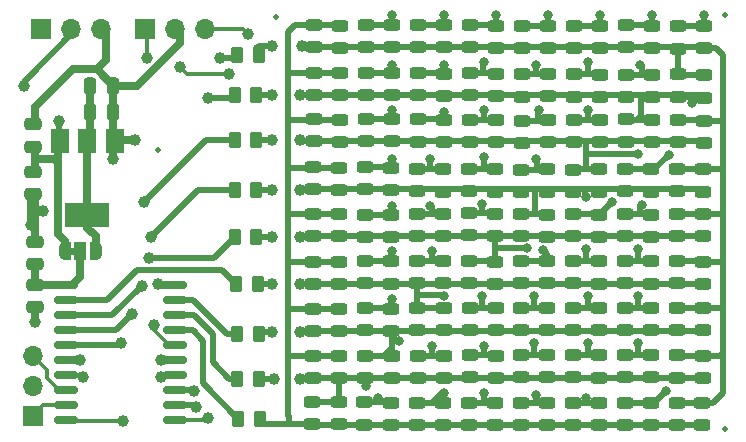
<source format=gbr>
%TF.GenerationSoftware,KiCad,Pcbnew,(6.0.2)*%
%TF.CreationDate,2022-05-10T14:03:58+02:00*%
%TF.ProjectId,AT806_Led-Matrix_backup,41543830-365f-44c6-9564-2d4d61747269,rev?*%
%TF.SameCoordinates,PX64e6140PY76a3180*%
%TF.FileFunction,Copper,L1,Top*%
%TF.FilePolarity,Positive*%
%FSLAX46Y46*%
G04 Gerber Fmt 4.6, Leading zero omitted, Abs format (unit mm)*
G04 Created by KiCad (PCBNEW (6.0.2)) date 2022-05-10 14:03:58*
%MOMM*%
%LPD*%
G01*
G04 APERTURE LIST*
G04 Aperture macros list*
%AMRoundRect*
0 Rectangle with rounded corners*
0 $1 Rounding radius*
0 $2 $3 $4 $5 $6 $7 $8 $9 X,Y pos of 4 corners*
0 Add a 4 corners polygon primitive as box body*
4,1,4,$2,$3,$4,$5,$6,$7,$8,$9,$2,$3,0*
0 Add four circle primitives for the rounded corners*
1,1,$1+$1,$2,$3*
1,1,$1+$1,$4,$5*
1,1,$1+$1,$6,$7*
1,1,$1+$1,$8,$9*
0 Add four rect primitives between the rounded corners*
20,1,$1+$1,$2,$3,$4,$5,0*
20,1,$1+$1,$4,$5,$6,$7,0*
20,1,$1+$1,$6,$7,$8,$9,0*
20,1,$1+$1,$8,$9,$2,$3,0*%
%AMFreePoly0*
4,1,22,0.550000,-0.750000,0.000000,-0.750000,0.000000,-0.745033,-0.079941,-0.743568,-0.215256,-0.701293,-0.333266,-0.622738,-0.424486,-0.514219,-0.481581,-0.384460,-0.499164,-0.250000,-0.500000,-0.250000,-0.500000,0.250000,-0.499164,0.250000,-0.499963,0.256109,-0.478152,0.396186,-0.417904,0.524511,-0.324060,0.630769,-0.204165,0.706417,-0.067858,0.745374,0.000000,0.744959,0.000000,0.750000,
0.550000,0.750000,0.550000,-0.750000,0.550000,-0.750000,$1*%
%AMFreePoly1*
4,1,20,0.000000,0.744959,0.073905,0.744508,0.209726,0.703889,0.328688,0.626782,0.421226,0.519385,0.479903,0.390333,0.500000,0.250000,0.500000,-0.250000,0.499851,-0.262216,0.476331,-0.402017,0.414519,-0.529596,0.319384,-0.634700,0.198574,-0.708877,0.061801,-0.746166,0.000000,-0.745033,0.000000,-0.750000,-0.550000,-0.750000,-0.550000,0.750000,0.000000,0.750000,0.000000,0.744959,
0.000000,0.744959,$1*%
G04 Aperture macros list end*
%TA.AperFunction,SMDPad,CuDef*%
%ADD10RoundRect,0.243750X-0.456250X0.243750X-0.456250X-0.243750X0.456250X-0.243750X0.456250X0.243750X0*%
%TD*%
%TA.AperFunction,SMDPad,CuDef*%
%ADD11RoundRect,0.243750X0.456250X-0.243750X0.456250X0.243750X-0.456250X0.243750X-0.456250X-0.243750X0*%
%TD*%
%TA.AperFunction,SMDPad,CuDef*%
%ADD12RoundRect,0.250000X0.262500X0.450000X-0.262500X0.450000X-0.262500X-0.450000X0.262500X-0.450000X0*%
%TD*%
%TA.AperFunction,SMDPad,CuDef*%
%ADD13RoundRect,0.250000X-0.475000X0.250000X-0.475000X-0.250000X0.475000X-0.250000X0.475000X0.250000X0*%
%TD*%
%TA.AperFunction,SMDPad,CuDef*%
%ADD14FreePoly0,0.000000*%
%TD*%
%TA.AperFunction,SMDPad,CuDef*%
%ADD15R,1.000000X1.500000*%
%TD*%
%TA.AperFunction,SMDPad,CuDef*%
%ADD16FreePoly1,0.000000*%
%TD*%
%TA.AperFunction,SMDPad,CuDef*%
%ADD17RoundRect,0.250000X0.475000X-0.250000X0.475000X0.250000X-0.475000X0.250000X-0.475000X-0.250000X0*%
%TD*%
%TA.AperFunction,SMDPad,CuDef*%
%ADD18RoundRect,0.250000X-0.250000X-0.475000X0.250000X-0.475000X0.250000X0.475000X-0.250000X0.475000X0*%
%TD*%
%TA.AperFunction,ComponentPad*%
%ADD19R,1.700000X1.700000*%
%TD*%
%TA.AperFunction,ComponentPad*%
%ADD20O,1.700000X1.700000*%
%TD*%
%TA.AperFunction,SMDPad,CuDef*%
%ADD21RoundRect,0.250000X-0.262500X-0.450000X0.262500X-0.450000X0.262500X0.450000X-0.262500X0.450000X0*%
%TD*%
%TA.AperFunction,SMDPad,CuDef*%
%ADD22RoundRect,0.150000X-0.875000X-0.150000X0.875000X-0.150000X0.875000X0.150000X-0.875000X0.150000X0*%
%TD*%
%TA.AperFunction,SMDPad,CuDef*%
%ADD23C,0.500000*%
%TD*%
%TA.AperFunction,SMDPad,CuDef*%
%ADD24R,1.500000X2.000000*%
%TD*%
%TA.AperFunction,SMDPad,CuDef*%
%ADD25R,3.800000X2.000000*%
%TD*%
%TA.AperFunction,ViaPad*%
%ADD26C,1.000000*%
%TD*%
%TA.AperFunction,ViaPad*%
%ADD27C,0.800000*%
%TD*%
%TA.AperFunction,Conductor*%
%ADD28C,0.700000*%
%TD*%
%TA.AperFunction,Conductor*%
%ADD29C,0.500000*%
%TD*%
%TA.AperFunction,Conductor*%
%ADD30C,0.300000*%
%TD*%
G04 APERTURE END LIST*
%TO.C,JP1*%
G36*
X5200000Y15500000D02*
G01*
X4700000Y15500000D01*
X4700000Y16100000D01*
X5200000Y16100000D01*
X5200000Y15500000D01*
G37*
%TD*%
D10*
%TO.P,D125,1,K*%
%TO.N,MATRIX_H*%
X53900000Y14950000D03*
%TO.P,D125,2,A*%
%TO.N,MATRIX_D*%
X53900000Y13075000D03*
%TD*%
%TO.P,D45,1,K*%
%TO.N,MATRIX_C*%
X36300000Y18937500D03*
%TO.P,D45,2,A*%
%TO.N,MATRIX_E*%
X36300000Y17062500D03*
%TD*%
%TO.P,D46,1,K*%
%TO.N,MATRIX_C*%
X36300000Y14987500D03*
%TO.P,D46,2,A*%
%TO.N,MATRIX_D*%
X36300000Y13112500D03*
%TD*%
D11*
%TO.P,D7,1,K*%
%TO.N,MATRIX_C*%
X25300000Y9062500D03*
%TO.P,D7,2,A*%
%TO.N,MATRIX_A*%
X25300000Y10937500D03*
%TD*%
D10*
%TO.P,D144,1,K*%
%TO.N,MATRIX_I*%
X56100000Y2937500D03*
%TO.P,D144,2,A*%
%TO.N,MATRIX_A*%
X56100000Y1062500D03*
%TD*%
%TO.P,D105,1,K*%
%TO.N,MATRIX_G*%
X54000000Y34862500D03*
%TO.P,D105,2,A*%
%TO.N,MATRIX_I*%
X54000000Y32987500D03*
%TD*%
%TO.P,D122,1,K*%
%TO.N,MATRIX_H*%
X54000000Y26937500D03*
%TO.P,D122,2,A*%
%TO.N,MATRIX_G*%
X54000000Y25062500D03*
%TD*%
%TO.P,D139,1,K*%
%TO.N,MATRIX_I*%
X58300000Y22737500D03*
%TO.P,D139,2,A*%
%TO.N,MATRIX_F*%
X58300000Y20862500D03*
%TD*%
D12*
%TO.P,R1,1*%
%TO.N,MATRIX_H*%
X20512500Y29000000D03*
%TO.P,R1,2*%
%TO.N,Net-(R1-Pad2)*%
X18687500Y29000000D03*
%TD*%
D11*
%TO.P,D115,1,K*%
%TO.N,MATRIX_F*%
X51700000Y20900000D03*
%TO.P,D115,2,A*%
%TO.N,MATRIX_H*%
X51700000Y22775000D03*
%TD*%
%TO.P,D2,1,K*%
%TO.N,MATRIX_H*%
X25350000Y29062500D03*
%TO.P,D2,2,A*%
%TO.N,MATRIX_A*%
X25350000Y30937500D03*
%TD*%
%TO.P,D118,1,K*%
%TO.N,MATRIX_C*%
X51700000Y9162500D03*
%TO.P,D118,2,A*%
%TO.N,MATRIX_H*%
X51700000Y11037500D03*
%TD*%
%TO.P,D100,1,K*%
%TO.N,MATRIX_E*%
X47300000Y17100000D03*
%TO.P,D100,2,A*%
%TO.N,MATRIX_G*%
X47300000Y18975000D03*
%TD*%
%TO.P,D51,1,K*%
%TO.N,MATRIX_G*%
X38600000Y25062500D03*
%TO.P,D51,2,A*%
%TO.N,MATRIX_D*%
X38600000Y26937500D03*
%TD*%
D10*
%TO.P,D78,1,K*%
%TO.N,MATRIX_E*%
X40750000Y11000000D03*
%TO.P,D78,2,A*%
%TO.N,MATRIX_C*%
X40750000Y9125000D03*
%TD*%
%TO.P,D142,1,K*%
%TO.N,MATRIX_I*%
X58300000Y11000000D03*
%TO.P,D142,2,A*%
%TO.N,MATRIX_C*%
X58300000Y9125000D03*
%TD*%
%TO.P,D41,1,K*%
%TO.N,MATRIX_C*%
X36400000Y34962500D03*
%TO.P,D41,2,A*%
%TO.N,MATRIX_I*%
X36400000Y33087500D03*
%TD*%
%TO.P,D30,1,K*%
%TO.N,MATRIX_B*%
X31900000Y14950000D03*
%TO.P,D30,2,A*%
%TO.N,MATRIX_D*%
X31900000Y13075000D03*
%TD*%
D11*
%TO.P,D102,1,K*%
%TO.N,MATRIX_C*%
X47350000Y9150000D03*
%TO.P,D102,2,A*%
%TO.N,MATRIX_G*%
X47350000Y11025000D03*
%TD*%
D10*
%TO.P,D108,1,K*%
%TO.N,MATRIX_G*%
X49500000Y18900000D03*
%TO.P,D108,2,A*%
%TO.N,MATRIX_E*%
X49500000Y17025000D03*
%TD*%
D11*
%TO.P,D68,1,K*%
%TO.N,MATRIX_F*%
X42900000Y20837500D03*
%TO.P,D68,2,A*%
%TO.N,MATRIX_E*%
X42900000Y22712500D03*
%TD*%
%TO.P,D71,1,K*%
%TO.N,MATRIX_B*%
X38550000Y5125000D03*
%TO.P,D71,2,A*%
%TO.N,MATRIX_E*%
X38550000Y7000000D03*
%TD*%
%TO.P,D1,1,K*%
%TO.N,MATRIX_I*%
X25400000Y33062500D03*
%TO.P,D1,2,A*%
%TO.N,MATRIX_A*%
X25400000Y34937500D03*
%TD*%
D10*
%TO.P,D137,1,K*%
%TO.N,MATRIX_I*%
X58400000Y30700000D03*
%TO.P,D137,2,A*%
%TO.N,MATRIX_H*%
X58400000Y28825000D03*
%TD*%
D13*
%TO.P,C2,1*%
%TO.N,+5V*%
X1600000Y22550000D03*
%TO.P,C2,2*%
%TO.N,GND*%
X1600000Y20650000D03*
%TD*%
D14*
%TO.P,JP1,1,A*%
%TO.N,+5V*%
X4300000Y15800000D03*
D15*
%TO.P,JP1,2,C*%
%TO.N,ATTINY_VCC*%
X5600000Y15800000D03*
D16*
%TO.P,JP1,3,B*%
%TO.N,+3V3*%
X6900000Y15800000D03*
%TD*%
D10*
%TO.P,D92,1,K*%
%TO.N,MATRIX_F*%
X45100000Y18900000D03*
%TO.P,D92,2,A*%
%TO.N,MATRIX_E*%
X45100000Y17025000D03*
%TD*%
%TO.P,D123,1,K*%
%TO.N,MATRIX_H*%
X53900000Y22737500D03*
%TO.P,D123,2,A*%
%TO.N,MATRIX_F*%
X53900000Y20862500D03*
%TD*%
%TO.P,D57,1,K*%
%TO.N,MATRIX_D*%
X40800000Y34900000D03*
%TO.P,D57,2,A*%
%TO.N,MATRIX_I*%
X40800000Y33025000D03*
%TD*%
%TO.P,D141,1,K*%
%TO.N,MATRIX_I*%
X58300000Y14937500D03*
%TO.P,D141,2,A*%
%TO.N,MATRIX_D*%
X58300000Y13062500D03*
%TD*%
%TO.P,D143,1,K*%
%TO.N,MATRIX_I*%
X58350000Y6975000D03*
%TO.P,D143,2,A*%
%TO.N,MATRIX_B*%
X58350000Y5100000D03*
%TD*%
D11*
%TO.P,D8,1,K*%
%TO.N,MATRIX_B*%
X25300000Y5062500D03*
%TO.P,D8,2,A*%
%TO.N,MATRIX_A*%
X25300000Y6937500D03*
%TD*%
D10*
%TO.P,D77,1,K*%
%TO.N,MATRIX_E*%
X40700000Y14937500D03*
%TO.P,D77,2,A*%
%TO.N,MATRIX_D*%
X40700000Y13062500D03*
%TD*%
D11*
%TO.P,D135,1,K*%
%TO.N,MATRIX_B*%
X56100000Y5112500D03*
%TO.P,D135,2,A*%
%TO.N,MATRIX_I*%
X56100000Y6987500D03*
%TD*%
D10*
%TO.P,D29,1,K*%
%TO.N,MATRIX_B*%
X31900000Y18900000D03*
%TO.P,D29,2,A*%
%TO.N,MATRIX_E*%
X31900000Y17025000D03*
%TD*%
%TO.P,D16,1,K*%
%TO.N,MATRIX_A*%
X27500000Y6937500D03*
%TO.P,D16,2,A*%
%TO.N,MATRIX_B*%
X27500000Y5062500D03*
%TD*%
D17*
%TO.P,C1,1*%
%TO.N,+5V*%
X1600000Y24650000D03*
%TO.P,C1,2*%
%TO.N,GND*%
X1600000Y26550000D03*
%TD*%
D11*
%TO.P,D87,1,K*%
%TO.N,MATRIX_B*%
X42900000Y5125000D03*
%TO.P,D87,2,A*%
%TO.N,MATRIX_F*%
X42900000Y7000000D03*
%TD*%
D10*
%TO.P,D128,1,K*%
%TO.N,MATRIX_H*%
X51700000Y2937500D03*
%TO.P,D128,2,A*%
%TO.N,MATRIX_A*%
X51700000Y1062500D03*
%TD*%
D11*
%TO.P,D67,1,K*%
%TO.N,MATRIX_G*%
X43000000Y25000000D03*
%TO.P,D67,2,A*%
%TO.N,MATRIX_E*%
X43000000Y26875000D03*
%TD*%
%TO.P,D72,1,K*%
%TO.N,MATRIX_A*%
X40700000Y1125000D03*
%TO.P,D72,2,A*%
%TO.N,MATRIX_E*%
X40700000Y3000000D03*
%TD*%
D10*
%TO.P,D10,1,K*%
%TO.N,MATRIX_A*%
X27600000Y30937500D03*
%TO.P,D10,2,A*%
%TO.N,MATRIX_H*%
X27600000Y29062500D03*
%TD*%
D11*
%TO.P,D18,1,K*%
%TO.N,MATRIX_H*%
X29800000Y29062500D03*
%TO.P,D18,2,A*%
%TO.N,MATRIX_B*%
X29800000Y30937500D03*
%TD*%
D18*
%TO.P,C6,1*%
%TO.N,+3V3*%
X6450000Y29800000D03*
%TO.P,C6,2*%
%TO.N,GND*%
X8350000Y29800000D03*
%TD*%
D10*
%TO.P,D28,1,K*%
%TO.N,MATRIX_B*%
X31900000Y22837500D03*
%TO.P,D28,2,A*%
%TO.N,MATRIX_F*%
X31900000Y20962500D03*
%TD*%
D19*
%TO.P,J3,1,Pin_1*%
%TO.N,TXD*%
X1575000Y1875000D03*
D20*
%TO.P,J3,2,Pin_2*%
%TO.N,GND*%
X1575000Y4415000D03*
%TO.P,J3,3,Pin_3*%
%TO.N,RXD*%
X1575000Y6955000D03*
%TD*%
D10*
%TO.P,D48,1,K*%
%TO.N,MATRIX_C*%
X29650000Y3012500D03*
%TO.P,D48,2,A*%
%TO.N,MATRIX_A*%
X29650000Y1137500D03*
%TD*%
D11*
%TO.P,D119,1,K*%
%TO.N,MATRIX_B*%
X51700000Y5150000D03*
%TO.P,D119,2,A*%
%TO.N,MATRIX_H*%
X51700000Y7025000D03*
%TD*%
%TO.P,D116,1,K*%
%TO.N,MATRIX_E*%
X51700000Y17100000D03*
%TO.P,D116,2,A*%
%TO.N,MATRIX_H*%
X51700000Y18975000D03*
%TD*%
%TO.P,D103,1,K*%
%TO.N,MATRIX_B*%
X47350000Y5162500D03*
%TO.P,D103,2,A*%
%TO.N,MATRIX_G*%
X47350000Y7037500D03*
%TD*%
D10*
%TO.P,D61,1,K*%
%TO.N,MATRIX_D*%
X40700000Y19000000D03*
%TO.P,D61,2,A*%
%TO.N,MATRIX_E*%
X40700000Y17125000D03*
%TD*%
%TO.P,D60,1,K*%
%TO.N,MATRIX_D*%
X40700000Y22737500D03*
%TO.P,D60,2,A*%
%TO.N,MATRIX_F*%
X40700000Y20862500D03*
%TD*%
D11*
%TO.P,D56,1,K*%
%TO.N,MATRIX_A*%
X36300000Y1125000D03*
%TO.P,D56,2,A*%
%TO.N,MATRIX_D*%
X36300000Y3000000D03*
%TD*%
D19*
%TO.P,J1,1,Pin_1*%
%TO.N,UPDI{slash}RST*%
X2275000Y34625000D03*
D20*
%TO.P,J1,2,Pin_2*%
%TO.N,+5V*%
X4815000Y34625000D03*
%TO.P,J1,3,Pin_3*%
%TO.N,GND*%
X7355000Y34625000D03*
%TD*%
D11*
%TO.P,D113,1,K*%
%TO.N,MATRIX_I*%
X56200000Y32962500D03*
%TO.P,D113,2,A*%
%TO.N,MATRIX_H*%
X56200000Y34837500D03*
%TD*%
%TO.P,D136,1,K*%
%TO.N,MATRIX_A*%
X58200000Y1062500D03*
%TO.P,D136,2,A*%
%TO.N,MATRIX_I*%
X58200000Y2937500D03*
%TD*%
D10*
%TO.P,D140,1,K*%
%TO.N,MATRIX_I*%
X58300000Y19000000D03*
%TO.P,D140,2,A*%
%TO.N,MATRIX_E*%
X58300000Y17125000D03*
%TD*%
D11*
%TO.P,D114,1,K*%
%TO.N,MATRIX_G*%
X51800000Y25100000D03*
%TO.P,D114,2,A*%
%TO.N,MATRIX_H*%
X51800000Y26975000D03*
%TD*%
D10*
%TO.P,D79,1,K*%
%TO.N,MATRIX_E*%
X40750000Y6975000D03*
%TO.P,D79,2,A*%
%TO.N,MATRIX_B*%
X40750000Y5100000D03*
%TD*%
D21*
%TO.P,R8,1*%
%TO.N,Net-(R8-Pad1)*%
X18687500Y21000000D03*
%TO.P,R8,2*%
%TO.N,MATRIX_F*%
X20512500Y21000000D03*
%TD*%
D11*
%TO.P,D117,1,K*%
%TO.N,MATRIX_D*%
X51700000Y13100000D03*
%TO.P,D117,2,A*%
%TO.N,MATRIX_H*%
X51700000Y14975000D03*
%TD*%
D10*
%TO.P,D15,1,K*%
%TO.N,MATRIX_A*%
X27500000Y10937500D03*
%TO.P,D15,2,A*%
%TO.N,MATRIX_C*%
X27500000Y9062500D03*
%TD*%
D11*
%TO.P,D129,1,K*%
%TO.N,MATRIX_H*%
X56200000Y28900000D03*
%TO.P,D129,2,A*%
%TO.N,MATRIX_I*%
X56200000Y30775000D03*
%TD*%
%TO.P,D4,1,K*%
%TO.N,MATRIX_F*%
X25300000Y21062500D03*
%TO.P,D4,2,A*%
%TO.N,MATRIX_A*%
X25300000Y22937500D03*
%TD*%
D19*
%TO.P,J2,1,Pin_1*%
%TO.N,I2C_SDA*%
X11075000Y34625000D03*
D20*
%TO.P,J2,2,Pin_2*%
%TO.N,GND*%
X13615000Y34625000D03*
%TO.P,J2,3,Pin_3*%
%TO.N,I2C_SCL*%
X16155000Y34625000D03*
%TD*%
D11*
%TO.P,D17,1,K*%
%TO.N,MATRIX_I*%
X29800000Y33062500D03*
%TO.P,D17,2,A*%
%TO.N,MATRIX_B*%
X29800000Y34937500D03*
%TD*%
D10*
%TO.P,D126,1,K*%
%TO.N,MATRIX_H*%
X53900000Y11000000D03*
%TO.P,D126,2,A*%
%TO.N,MATRIX_C*%
X53900000Y9125000D03*
%TD*%
%TO.P,D31,1,K*%
%TO.N,MATRIX_B*%
X31900000Y10950000D03*
%TO.P,D31,2,A*%
%TO.N,MATRIX_C*%
X31900000Y9075000D03*
%TD*%
D11*
%TO.P,D65,1,K*%
%TO.N,MATRIX_I*%
X43000000Y32987500D03*
%TO.P,D65,2,A*%
%TO.N,MATRIX_E*%
X43000000Y34862500D03*
%TD*%
D12*
%TO.P,R2,1*%
%TO.N,MATRIX_I*%
X20712500Y32400000D03*
%TO.P,R2,2*%
%TO.N,Net-(R2-Pad2)*%
X18887500Y32400000D03*
%TD*%
D10*
%TO.P,D121,1,K*%
%TO.N,MATRIX_H*%
X58400000Y34862500D03*
%TO.P,D121,2,A*%
%TO.N,MATRIX_I*%
X58400000Y32987500D03*
%TD*%
%TO.P,D124,1,K*%
%TO.N,MATRIX_H*%
X53900000Y18900000D03*
%TO.P,D124,2,A*%
%TO.N,MATRIX_E*%
X53900000Y17025000D03*
%TD*%
%TO.P,D27,1,K*%
%TO.N,MATRIX_B*%
X32000000Y27000000D03*
%TO.P,D27,2,A*%
%TO.N,MATRIX_G*%
X32000000Y25125000D03*
%TD*%
D11*
%TO.P,D35,1,K*%
%TO.N,MATRIX_G*%
X34200000Y25100000D03*
%TO.P,D35,2,A*%
%TO.N,MATRIX_C*%
X34200000Y26975000D03*
%TD*%
D22*
%TO.P,U1,1,VCC*%
%TO.N,ATTINY_VCC*%
X4350000Y12915000D03*
%TO.P,U1,2,PA4*%
%TO.N,Net-(R7-Pad1)*%
X4350000Y11645000D03*
%TO.P,U1,3,PA5*%
%TO.N,Net-(R3-Pad2)*%
X4350000Y10375000D03*
%TO.P,U1,4,PA6*%
%TO.N,Net-(R8-Pad1)*%
X4350000Y9105000D03*
%TO.P,U1,5,PA7*%
%TO.N,Net-(R4-Pad2)*%
X4350000Y7835000D03*
%TO.P,U1,6,PB5*%
%TO.N,CLK_OUT*%
X4350000Y6565000D03*
%TO.P,U1,7,PB4*%
%TO.N,PB4*%
X4350000Y5295000D03*
%TO.P,U1,8,PB3*%
%TO.N,RXD*%
X4350000Y4025000D03*
%TO.P,U1,9,PB2*%
%TO.N,TXD*%
X4350000Y2755000D03*
%TO.P,U1,10,PB1*%
%TO.N,I2C_SCL*%
X4350000Y1485000D03*
%TO.P,U1,11,PB0*%
%TO.N,I2C_SDA*%
X13650000Y1485000D03*
%TO.P,U1,12,PC0*%
%TO.N,Net-(R1-Pad2)*%
X13650000Y2755000D03*
%TO.P,U1,13,PC1*%
%TO.N,Net-(R2-Pad2)*%
X13650000Y4025000D03*
%TO.P,U1,14,PC2*%
%TO.N,PC2*%
X13650000Y5295000D03*
%TO.P,U1,15,PC3*%
%TO.N,PC3*%
X13650000Y6565000D03*
%TO.P,U1,16,~{RESET}/PA0*%
%TO.N,UPDI{slash}RST*%
X13650000Y7835000D03*
%TO.P,U1,17,PA1*%
%TO.N,Net-(R5-Pad2)*%
X13650000Y9105000D03*
%TO.P,U1,18,PA2*%
%TO.N,Net-(R9-Pad1)*%
X13650000Y10375000D03*
%TO.P,U1,19,PA3*%
%TO.N,Net-(R6-Pad2)*%
X13650000Y11645000D03*
%TO.P,U1,20,GND*%
%TO.N,GND*%
X13650000Y12915000D03*
%TD*%
D10*
%TO.P,D109,1,K*%
%TO.N,MATRIX_G*%
X49550000Y14950000D03*
%TO.P,D109,2,A*%
%TO.N,MATRIX_D*%
X49550000Y13075000D03*
%TD*%
D23*
%TO.P,FID1,*%
%TO.N,*%
X60200000Y800000D03*
%TD*%
D10*
%TO.P,D89,1,K*%
%TO.N,MATRIX_F*%
X49600000Y34862500D03*
%TO.P,D89,2,A*%
%TO.N,MATRIX_I*%
X49600000Y32987500D03*
%TD*%
%TO.P,D32,1,K*%
%TO.N,MATRIX_B*%
X25250000Y3037500D03*
%TO.P,D32,2,A*%
%TO.N,MATRIX_A*%
X25250000Y1162500D03*
%TD*%
%TO.P,D95,1,K*%
%TO.N,MATRIX_F*%
X45100000Y7000000D03*
%TO.P,D95,2,A*%
%TO.N,MATRIX_B*%
X45100000Y5125000D03*
%TD*%
D11*
%TO.P,D134,1,K*%
%TO.N,MATRIX_C*%
X56100000Y9150000D03*
%TO.P,D134,2,A*%
%TO.N,MATRIX_I*%
X56100000Y11025000D03*
%TD*%
%TO.P,D38,1,K*%
%TO.N,MATRIX_D*%
X34100000Y13100000D03*
%TO.P,D38,2,A*%
%TO.N,MATRIX_C*%
X34100000Y14975000D03*
%TD*%
%TO.P,D101,1,K*%
%TO.N,MATRIX_D*%
X47350000Y13100000D03*
%TO.P,D101,2,A*%
%TO.N,MATRIX_G*%
X47350000Y14975000D03*
%TD*%
%TO.P,D50,1,K*%
%TO.N,MATRIX_H*%
X38600000Y29000000D03*
%TO.P,D50,2,A*%
%TO.N,MATRIX_D*%
X38600000Y30875000D03*
%TD*%
D10*
%TO.P,D12,1,K*%
%TO.N,MATRIX_A*%
X27500000Y22875000D03*
%TO.P,D12,2,A*%
%TO.N,MATRIX_F*%
X27500000Y21000000D03*
%TD*%
D11*
%TO.P,D23,1,K*%
%TO.N,MATRIX_C*%
X29700000Y9100000D03*
%TO.P,D23,2,A*%
%TO.N,MATRIX_B*%
X29700000Y10975000D03*
%TD*%
D21*
%TO.P,R9,1*%
%TO.N,Net-(R9-Pad1)*%
X18887500Y5000000D03*
%TO.P,R9,2*%
%TO.N,MATRIX_B*%
X20712500Y5000000D03*
%TD*%
D10*
%TO.P,D26,1,K*%
%TO.N,MATRIX_B*%
X32000000Y30900000D03*
%TO.P,D26,2,A*%
%TO.N,MATRIX_H*%
X32000000Y29025000D03*
%TD*%
%TO.P,D9,1,K*%
%TO.N,MATRIX_A*%
X27600000Y34900000D03*
%TO.P,D9,2,A*%
%TO.N,MATRIX_I*%
X27600000Y33025000D03*
%TD*%
%TO.P,D111,1,K*%
%TO.N,MATRIX_G*%
X49550000Y6987500D03*
%TO.P,D111,2,A*%
%TO.N,MATRIX_B*%
X49550000Y5112500D03*
%TD*%
%TO.P,D80,1,K*%
%TO.N,MATRIX_E*%
X38500000Y3000000D03*
%TO.P,D80,2,A*%
%TO.N,MATRIX_A*%
X38500000Y1125000D03*
%TD*%
%TO.P,D138,1,K*%
%TO.N,MATRIX_I*%
X58400000Y26875000D03*
%TO.P,D138,2,A*%
%TO.N,MATRIX_G*%
X58400000Y25000000D03*
%TD*%
%TO.P,D127,1,K*%
%TO.N,MATRIX_H*%
X53900000Y7000000D03*
%TO.P,D127,2,A*%
%TO.N,MATRIX_B*%
X53900000Y5125000D03*
%TD*%
%TO.P,D74,1,K*%
%TO.N,MATRIX_E*%
X45200000Y30800000D03*
%TO.P,D74,2,A*%
%TO.N,MATRIX_H*%
X45200000Y28925000D03*
%TD*%
D11*
%TO.P,D54,1,K*%
%TO.N,MATRIX_C*%
X34100000Y9100000D03*
%TO.P,D54,2,A*%
%TO.N,MATRIX_D*%
X34100000Y10975000D03*
%TD*%
D10*
%TO.P,D43,1,K*%
%TO.N,MATRIX_C*%
X36400000Y26937500D03*
%TO.P,D43,2,A*%
%TO.N,MATRIX_G*%
X36400000Y25062500D03*
%TD*%
D11*
%TO.P,D20,1,K*%
%TO.N,MATRIX_F*%
X29700000Y21037500D03*
%TO.P,D20,2,A*%
%TO.N,MATRIX_B*%
X29700000Y22912500D03*
%TD*%
D23*
%TO.P,REF\u002A\u002A,*%
%TO.N,*%
X12200000Y24400000D03*
X12200000Y24400000D03*
%TD*%
D10*
%TO.P,D90,1,K*%
%TO.N,MATRIX_F*%
X49600000Y30737500D03*
%TO.P,D90,2,A*%
%TO.N,MATRIX_H*%
X49600000Y28862500D03*
%TD*%
%TO.P,D14,1,K*%
%TO.N,MATRIX_A*%
X27500000Y14937500D03*
%TO.P,D14,2,A*%
%TO.N,MATRIX_D*%
X27500000Y13062500D03*
%TD*%
%TO.P,D47,1,K*%
%TO.N,MATRIX_C*%
X31950000Y6950000D03*
%TO.P,D47,2,A*%
%TO.N,MATRIX_B*%
X31950000Y5075000D03*
%TD*%
D11*
%TO.P,D19,1,K*%
%TO.N,MATRIX_G*%
X29800000Y25125000D03*
%TO.P,D19,2,A*%
%TO.N,MATRIX_B*%
X29800000Y27000000D03*
%TD*%
%TO.P,D52,1,K*%
%TO.N,MATRIX_F*%
X38500000Y20937500D03*
%TO.P,D52,2,A*%
%TO.N,MATRIX_D*%
X38500000Y22812500D03*
%TD*%
%TO.P,D120,1,K*%
%TO.N,MATRIX_A*%
X53900000Y1125000D03*
%TO.P,D120,2,A*%
%TO.N,MATRIX_H*%
X53900000Y3000000D03*
%TD*%
%TO.P,D104,1,K*%
%TO.N,MATRIX_A*%
X49500000Y1125000D03*
%TO.P,D104,2,A*%
%TO.N,MATRIX_G*%
X49500000Y3000000D03*
%TD*%
D24*
%TO.P,U2,1,GND*%
%TO.N,GND*%
X8500000Y25150000D03*
D25*
%TO.P,U2,2,VO*%
%TO.N,+3V3*%
X6200000Y18850000D03*
D24*
X6200000Y25150000D03*
%TO.P,U2,3,VI*%
%TO.N,+5V*%
X3900000Y25150000D03*
%TD*%
D11*
%TO.P,D83,1,K*%
%TO.N,MATRIX_G*%
X47400000Y25062500D03*
%TO.P,D83,2,A*%
%TO.N,MATRIX_F*%
X47400000Y26937500D03*
%TD*%
%TO.P,D98,1,K*%
%TO.N,MATRIX_H*%
X51800000Y28862500D03*
%TO.P,D98,2,A*%
%TO.N,MATRIX_G*%
X51800000Y30737500D03*
%TD*%
%TO.P,D53,1,K*%
%TO.N,MATRIX_E*%
X38500000Y17162500D03*
%TO.P,D53,2,A*%
%TO.N,MATRIX_D*%
X38500000Y19037500D03*
%TD*%
%TO.P,D21,1,K*%
%TO.N,MATRIX_E*%
X29700000Y17037500D03*
%TO.P,D21,2,A*%
%TO.N,MATRIX_B*%
X29700000Y18912500D03*
%TD*%
%TO.P,D40,1,K*%
%TO.N,MATRIX_A*%
X31900000Y1125000D03*
%TO.P,D40,2,A*%
%TO.N,MATRIX_C*%
X31900000Y3000000D03*
%TD*%
%TO.P,D49,1,K*%
%TO.N,MATRIX_I*%
X38600000Y33062500D03*
%TO.P,D49,2,A*%
%TO.N,MATRIX_D*%
X38600000Y34937500D03*
%TD*%
D10*
%TO.P,D63,1,K*%
%TO.N,MATRIX_D*%
X36350000Y6950000D03*
%TO.P,D63,2,A*%
%TO.N,MATRIX_B*%
X36350000Y5075000D03*
%TD*%
D11*
%TO.P,D34,1,K*%
%TO.N,MATRIX_H*%
X34200000Y29000000D03*
%TO.P,D34,2,A*%
%TO.N,MATRIX_C*%
X34200000Y30875000D03*
%TD*%
%TO.P,D24,1,K*%
%TO.N,MATRIX_A*%
X27500000Y1175000D03*
%TO.P,D24,2,A*%
%TO.N,MATRIX_B*%
X27500000Y3050000D03*
%TD*%
D10*
%TO.P,D25,1,K*%
%TO.N,MATRIX_B*%
X32000000Y34937500D03*
%TO.P,D25,2,A*%
%TO.N,MATRIX_I*%
X32000000Y33062500D03*
%TD*%
D12*
%TO.P,R3,1*%
%TO.N,MATRIX_E*%
X20512500Y17000000D03*
%TO.P,R3,2*%
%TO.N,Net-(R3-Pad2)*%
X18687500Y17000000D03*
%TD*%
D11*
%TO.P,D86,1,K*%
%TO.N,MATRIX_C*%
X42900000Y9150000D03*
%TO.P,D86,2,A*%
%TO.N,MATRIX_F*%
X42900000Y11025000D03*
%TD*%
D23*
%TO.P,REF\u002A\u002A,*%
%TO.N,*%
X22200000Y35600000D03*
X22200000Y35600000D03*
%TD*%
D10*
%TO.P,D96,1,K*%
%TO.N,MATRIX_F*%
X42900000Y2937500D03*
%TO.P,D96,2,A*%
%TO.N,MATRIX_A*%
X42900000Y1062500D03*
%TD*%
D11*
%TO.P,D36,1,K*%
%TO.N,MATRIX_F*%
X34100000Y20937500D03*
%TO.P,D36,2,A*%
%TO.N,MATRIX_C*%
X34100000Y22812500D03*
%TD*%
D21*
%TO.P,R7,1*%
%TO.N,Net-(R7-Pad1)*%
X18775000Y13000000D03*
%TO.P,R7,2*%
%TO.N,MATRIX_D*%
X20600000Y13000000D03*
%TD*%
D11*
%TO.P,D66,1,K*%
%TO.N,MATRIX_H*%
X43000000Y28900000D03*
%TO.P,D66,2,A*%
%TO.N,MATRIX_E*%
X43000000Y30775000D03*
%TD*%
D13*
%TO.P,C3,1*%
%TO.N,ATTINY_VCC*%
X1800000Y12950000D03*
%TO.P,C3,2*%
%TO.N,GND*%
X1800000Y11050000D03*
%TD*%
D10*
%TO.P,D42,1,K*%
%TO.N,MATRIX_C*%
X36400000Y30837500D03*
%TO.P,D42,2,A*%
%TO.N,MATRIX_H*%
X36400000Y28962500D03*
%TD*%
%TO.P,D62,1,K*%
%TO.N,MATRIX_D*%
X36350000Y11000000D03*
%TO.P,D62,2,A*%
%TO.N,MATRIX_C*%
X36350000Y9125000D03*
%TD*%
D12*
%TO.P,R6,1*%
%TO.N,MATRIX_C*%
X20712500Y8800000D03*
%TO.P,R6,2*%
%TO.N,Net-(R6-Pad2)*%
X18887500Y8800000D03*
%TD*%
D11*
%TO.P,D6,1,K*%
%TO.N,MATRIX_D*%
X25300000Y13062500D03*
%TO.P,D6,2,A*%
%TO.N,MATRIX_A*%
X25300000Y14937500D03*
%TD*%
D10*
%TO.P,D73,1,K*%
%TO.N,MATRIX_E*%
X45200000Y34862500D03*
%TO.P,D73,2,A*%
%TO.N,MATRIX_I*%
X45200000Y32987500D03*
%TD*%
D11*
%TO.P,D33,1,K*%
%TO.N,MATRIX_I*%
X34200000Y33125000D03*
%TO.P,D33,2,A*%
%TO.N,MATRIX_C*%
X34200000Y35000000D03*
%TD*%
D10*
%TO.P,D59,1,K*%
%TO.N,MATRIX_D*%
X40800000Y26900000D03*
%TO.P,D59,2,A*%
%TO.N,MATRIX_G*%
X40800000Y25025000D03*
%TD*%
D11*
%TO.P,D81,1,K*%
%TO.N,MATRIX_I*%
X47400000Y32987500D03*
%TO.P,D81,2,A*%
%TO.N,MATRIX_F*%
X47400000Y34862500D03*
%TD*%
%TO.P,D131,1,K*%
%TO.N,MATRIX_F*%
X56100000Y20900000D03*
%TO.P,D131,2,A*%
%TO.N,MATRIX_I*%
X56100000Y22775000D03*
%TD*%
D10*
%TO.P,D110,1,K*%
%TO.N,MATRIX_G*%
X49550000Y11000000D03*
%TO.P,D110,2,A*%
%TO.N,MATRIX_C*%
X49550000Y9125000D03*
%TD*%
%TO.P,D94,1,K*%
%TO.N,MATRIX_F*%
X45100000Y11000000D03*
%TO.P,D94,2,A*%
%TO.N,MATRIX_C*%
X45100000Y9125000D03*
%TD*%
D11*
%TO.P,D84,1,K*%
%TO.N,MATRIX_E*%
X42900000Y17100000D03*
%TO.P,D84,2,A*%
%TO.N,MATRIX_F*%
X42900000Y18975000D03*
%TD*%
%TO.P,D130,1,K*%
%TO.N,MATRIX_G*%
X56200000Y25062500D03*
%TO.P,D130,2,A*%
%TO.N,MATRIX_I*%
X56200000Y26937500D03*
%TD*%
D10*
%TO.P,D11,1,K*%
%TO.N,MATRIX_A*%
X27600000Y26937500D03*
%TO.P,D11,2,A*%
%TO.N,MATRIX_G*%
X27600000Y25062500D03*
%TD*%
D11*
%TO.P,D55,1,K*%
%TO.N,MATRIX_B*%
X34150000Y5100000D03*
%TO.P,D55,2,A*%
%TO.N,MATRIX_D*%
X34150000Y6975000D03*
%TD*%
D10*
%TO.P,D91,1,K*%
%TO.N,MATRIX_F*%
X49600000Y26900000D03*
%TO.P,D91,2,A*%
%TO.N,MATRIX_G*%
X49600000Y25025000D03*
%TD*%
D11*
%TO.P,D82,1,K*%
%TO.N,MATRIX_H*%
X47400000Y28900000D03*
%TO.P,D82,2,A*%
%TO.N,MATRIX_F*%
X47400000Y30775000D03*
%TD*%
D10*
%TO.P,D106,1,K*%
%TO.N,MATRIX_G*%
X54000000Y30737500D03*
%TO.P,D106,2,A*%
%TO.N,MATRIX_H*%
X54000000Y28862500D03*
%TD*%
D12*
%TO.P,R5,1*%
%TO.N,MATRIX_A*%
X20800000Y1600000D03*
%TO.P,R5,2*%
%TO.N,Net-(R5-Pad2)*%
X18975000Y1600000D03*
%TD*%
D11*
%TO.P,D97,1,K*%
%TO.N,MATRIX_I*%
X51800000Y33062500D03*
%TO.P,D97,2,A*%
%TO.N,MATRIX_G*%
X51800000Y34937500D03*
%TD*%
D10*
%TO.P,D93,1,K*%
%TO.N,MATRIX_F*%
X45150000Y14975000D03*
%TO.P,D93,2,A*%
%TO.N,MATRIX_D*%
X45150000Y13100000D03*
%TD*%
D18*
%TO.P,C5,1*%
%TO.N,+3V3*%
X6450000Y27600000D03*
%TO.P,C5,2*%
%TO.N,GND*%
X8350000Y27600000D03*
%TD*%
D11*
%TO.P,D99,1,K*%
%TO.N,MATRIX_F*%
X47300000Y20837500D03*
%TO.P,D99,2,A*%
%TO.N,MATRIX_G*%
X47300000Y22712500D03*
%TD*%
D10*
%TO.P,D64,1,K*%
%TO.N,MATRIX_D*%
X34100000Y2937500D03*
%TO.P,D64,2,A*%
%TO.N,MATRIX_A*%
X34100000Y1062500D03*
%TD*%
%TO.P,D13,1,K*%
%TO.N,MATRIX_A*%
X27500000Y18937500D03*
%TO.P,D13,2,A*%
%TO.N,MATRIX_E*%
X27500000Y17062500D03*
%TD*%
D11*
%TO.P,D85,1,K*%
%TO.N,MATRIX_D*%
X42900000Y13100000D03*
%TO.P,D85,2,A*%
%TO.N,MATRIX_F*%
X42900000Y14975000D03*
%TD*%
%TO.P,D88,1,K*%
%TO.N,MATRIX_A*%
X45100000Y1125000D03*
%TO.P,D88,2,A*%
%TO.N,MATRIX_F*%
X45100000Y3000000D03*
%TD*%
%TO.P,D39,1,K*%
%TO.N,MATRIX_B*%
X29700000Y5100000D03*
%TO.P,D39,2,A*%
%TO.N,MATRIX_C*%
X29700000Y6975000D03*
%TD*%
%TO.P,D133,1,K*%
%TO.N,MATRIX_D*%
X56100000Y13100000D03*
%TO.P,D133,2,A*%
%TO.N,MATRIX_I*%
X56100000Y14975000D03*
%TD*%
D10*
%TO.P,D112,1,K*%
%TO.N,MATRIX_G*%
X47300000Y3000000D03*
%TO.P,D112,2,A*%
%TO.N,MATRIX_A*%
X47300000Y1125000D03*
%TD*%
D23*
%TO.P,REF\u002A\u002A,*%
%TO.N,*%
X60200000Y35800000D03*
%TD*%
D11*
%TO.P,D70,1,K*%
%TO.N,MATRIX_C*%
X38550000Y9150000D03*
%TO.P,D70,2,A*%
%TO.N,MATRIX_E*%
X38550000Y11025000D03*
%TD*%
D17*
%TO.P,C4,1*%
%TO.N,ATTINY_VCC*%
X1800000Y14700000D03*
%TO.P,C4,2*%
%TO.N,GND*%
X1800000Y16600000D03*
%TD*%
D11*
%TO.P,D132,1,K*%
%TO.N,MATRIX_E*%
X56100000Y17100000D03*
%TO.P,D132,2,A*%
%TO.N,MATRIX_I*%
X56100000Y18975000D03*
%TD*%
D10*
%TO.P,D107,1,K*%
%TO.N,MATRIX_G*%
X49500000Y22737500D03*
%TO.P,D107,2,A*%
%TO.N,MATRIX_F*%
X49500000Y20862500D03*
%TD*%
%TO.P,D44,1,K*%
%TO.N,MATRIX_C*%
X36300000Y22737500D03*
%TO.P,D44,2,A*%
%TO.N,MATRIX_F*%
X36300000Y20862500D03*
%TD*%
%TO.P,D58,1,K*%
%TO.N,MATRIX_D*%
X40800000Y30800000D03*
%TO.P,D58,2,A*%
%TO.N,MATRIX_H*%
X40800000Y28925000D03*
%TD*%
D12*
%TO.P,R4,1*%
%TO.N,MATRIX_G*%
X20512500Y25200000D03*
%TO.P,R4,2*%
%TO.N,Net-(R4-Pad2)*%
X18687500Y25200000D03*
%TD*%
D11*
%TO.P,D5,1,K*%
%TO.N,MATRIX_E*%
X25300000Y17062500D03*
%TO.P,D5,2,A*%
%TO.N,MATRIX_A*%
X25300000Y18937500D03*
%TD*%
D10*
%TO.P,D76,1,K*%
%TO.N,MATRIX_E*%
X45100000Y22737500D03*
%TO.P,D76,2,A*%
%TO.N,MATRIX_F*%
X45100000Y20862500D03*
%TD*%
%TO.P,D75,1,K*%
%TO.N,MATRIX_E*%
X45200000Y26900000D03*
%TO.P,D75,2,A*%
%TO.N,MATRIX_G*%
X45200000Y25025000D03*
%TD*%
D11*
%TO.P,D22,1,K*%
%TO.N,MATRIX_D*%
X29700000Y13100000D03*
%TO.P,D22,2,A*%
%TO.N,MATRIX_B*%
X29700000Y14975000D03*
%TD*%
%TO.P,D3,1,K*%
%TO.N,MATRIX_G*%
X25400000Y25162500D03*
%TO.P,D3,2,A*%
%TO.N,MATRIX_A*%
X25400000Y27037500D03*
%TD*%
%TO.P,D37,1,K*%
%TO.N,MATRIX_E*%
X34100000Y17100000D03*
%TO.P,D37,2,A*%
%TO.N,MATRIX_C*%
X34100000Y18975000D03*
%TD*%
%TO.P,D69,1,K*%
%TO.N,MATRIX_D*%
X38500000Y13112500D03*
%TO.P,D69,2,A*%
%TO.N,MATRIX_E*%
X38500000Y14987500D03*
%TD*%
D26*
%TO.N,+5V*%
X800000Y29800000D03*
X3800000Y26800000D03*
%TO.N,GND*%
X1800000Y9800000D03*
X8400000Y23600000D03*
X2400000Y19200000D03*
X10200000Y25200000D03*
X12200000Y13000000D03*
X1399500Y18000000D03*
%TO.N,MATRIX_I*%
X21800000Y33200000D03*
X24400000Y33200000D03*
D27*
%TO.N,MATRIX_H*%
X57400000Y28400000D03*
D26*
X24200000Y29000000D03*
D27*
X52800000Y16000000D03*
D26*
X21800000Y29000000D03*
D27*
X53188876Y19762633D03*
X58400000Y35800000D03*
X52800000Y12000000D03*
X52800000Y8000000D03*
X55397961Y23995144D03*
X55200000Y4000000D03*
D26*
%TO.N,MATRIX_G*%
X24200000Y25200000D03*
D27*
X52800000Y24000000D03*
X53000000Y31600000D03*
X54000000Y35800000D03*
X48400000Y16000000D03*
X50600255Y19999755D03*
D26*
X21800000Y25200000D03*
D27*
X48400000Y3400000D03*
X48600000Y8000000D03*
X48600000Y12000000D03*
%TO.N,MATRIX_F*%
X44800000Y15888000D03*
X48400000Y20400000D03*
X48600000Y31800000D03*
X49600000Y35800000D03*
X44000000Y12000000D03*
D26*
X21800000Y21000000D03*
D27*
X48600000Y27800000D03*
X44200000Y3600000D03*
D26*
X24200000Y21000000D03*
D27*
X44000000Y8000000D03*
%TO.N,MATRIX_E*%
X44200000Y31600000D03*
D26*
X21800000Y17000000D03*
D27*
X44400000Y27800000D03*
X39800000Y7800000D03*
X45200000Y35800000D03*
X44200000Y23600000D03*
D26*
X24200000Y17000000D03*
D27*
X39600000Y12000000D03*
X43406194Y16110603D03*
X39800000Y3800000D03*
%TO.N,MATRIX_D*%
X36400000Y12000000D03*
X40800000Y35800000D03*
X39800000Y31800000D03*
X39800000Y23800000D03*
D26*
X24200000Y13000000D03*
D27*
X35400000Y7800000D03*
X36400000Y3800000D03*
X39800000Y27800000D03*
X39600000Y19800000D03*
D26*
X21800000Y13000000D03*
D27*
%TO.N,MATRIX_C*%
X35400000Y15800000D03*
X36400000Y31600000D03*
X32600000Y8200000D03*
D26*
X21800000Y9000000D03*
D27*
X35200000Y23600000D03*
X30800000Y3400000D03*
D26*
X24200000Y9000000D03*
D27*
X35200000Y19600000D03*
X36400000Y35800000D03*
X36400000Y27600000D03*
%TO.N,MATRIX_B*%
X32000000Y11800000D03*
X32000000Y35800000D03*
D26*
X24200000Y5000000D03*
D27*
X32000000Y19600000D03*
X29800000Y4400000D03*
X32000000Y31600000D03*
X32000000Y27800000D03*
X32000000Y23600000D03*
X32000000Y15800000D03*
D26*
X22000000Y5000000D03*
%TO.N,Net-(R1-Pad2)*%
X15400000Y2600000D03*
X16400000Y28800000D03*
%TO.N,Net-(R2-Pad2)*%
X17400000Y32200000D03*
X15200000Y4000000D03*
%TO.N,Net-(R3-Pad2)*%
X10799500Y12868490D03*
X11400000Y15200000D03*
%TO.N,Net-(R4-Pad2)*%
X9000000Y8000000D03*
X11000000Y20000000D03*
%TO.N,Net-(R8-Pad1)*%
X9999500Y10468490D03*
X11600000Y17000000D03*
%TO.N,CLK_OUT*%
X5600000Y6600000D03*
%TO.N,PB4*%
X5800000Y5200000D03*
%TO.N,I2C_SCL*%
X9200000Y1400000D03*
X19800000Y34200000D03*
%TO.N,I2C_SDA*%
X16400000Y1699000D03*
X14000000Y31400000D03*
X18200000Y30800000D03*
X11200000Y32200000D03*
%TO.N,PC2*%
X12400000Y5200000D03*
%TO.N,PC3*%
X12400000Y6600000D03*
%TO.N,UPDI{slash}RST*%
X11800000Y9600000D03*
%TD*%
D28*
%TO.N,+5V*%
X1800000Y23600000D02*
X3400000Y23600000D01*
D29*
X3800000Y26800000D02*
X3800000Y25250000D01*
D28*
X3700489Y24950489D02*
X3900000Y25150000D01*
D29*
X3800000Y25250000D02*
X3900000Y25150000D01*
D28*
X3400000Y23600000D02*
X3700489Y23299511D01*
X3700489Y17299511D02*
X3700489Y23299511D01*
X3700489Y23299511D02*
X3700489Y24950489D01*
X4300000Y16700000D02*
X3700489Y17299511D01*
X1800000Y24650000D02*
X1800000Y23600000D01*
D29*
X5260000Y34600000D02*
X800000Y30140000D01*
X800000Y30140000D02*
X800000Y29800000D01*
D28*
X4300000Y15800000D02*
X4300000Y16700000D01*
X1800000Y23600000D02*
X1800000Y22550000D01*
%TO.N,GND*%
X1800000Y19200000D02*
X1800000Y16600000D01*
X8350000Y29800000D02*
X8350000Y27600000D01*
X1800000Y19200000D02*
X2400000Y19200000D01*
X14015000Y33422919D02*
X10392081Y29800000D01*
X6976402Y31200000D02*
X8350000Y29826402D01*
X6976402Y31200000D02*
X7800000Y32023598D01*
X1399500Y18000000D02*
X1399500Y20249500D01*
X8350000Y29826402D02*
X8350000Y29800000D01*
X14015000Y33422919D02*
X14015000Y34225000D01*
X14015000Y34225000D02*
X13615000Y34625000D01*
X8550000Y25200000D02*
X8500000Y25150000D01*
X10392081Y29800000D02*
X8350000Y29800000D01*
X8400000Y23600000D02*
X8400000Y25050000D01*
X1800000Y28000000D02*
X5000000Y31200000D01*
X13650000Y12915000D02*
X12285000Y12915000D01*
X5000000Y31200000D02*
X6976402Y31200000D01*
X1800000Y20650000D02*
X1800000Y19200000D01*
X1800000Y26550000D02*
X1800000Y28000000D01*
X8350000Y25300000D02*
X8500000Y25150000D01*
X1399500Y20249500D02*
X1800000Y20650000D01*
X10200000Y25200000D02*
X8550000Y25200000D01*
X7800000Y32023598D02*
X7800000Y34600000D01*
X12285000Y12915000D02*
X12200000Y13000000D01*
X1800000Y11050000D02*
X1800000Y9800000D01*
X8350000Y27600000D02*
X8350000Y25300000D01*
X8400000Y25050000D02*
X8500000Y25150000D01*
%TO.N,ATTINY_VCC*%
X4915000Y12915000D02*
X5600000Y13600000D01*
X4350000Y12915000D02*
X4915000Y12915000D01*
X4315000Y12950000D02*
X4350000Y12915000D01*
X1800000Y12950000D02*
X4315000Y12950000D01*
X5600000Y13600000D02*
X5600000Y15800000D01*
X1800000Y14700000D02*
X1800000Y12950000D01*
%TO.N,+3V3*%
X6450000Y27600000D02*
X6450000Y25400000D01*
X6450000Y29800000D02*
X6450000Y27600000D01*
X6200000Y17800000D02*
X6900000Y17100000D01*
X6900000Y17100000D02*
X6900000Y15800000D01*
X6200000Y25150000D02*
X6200000Y18850000D01*
X6450000Y25400000D02*
X6200000Y25150000D01*
X6200000Y18850000D02*
X6200000Y17800000D01*
D29*
%TO.N,MATRIX_I*%
X25400000Y33062500D02*
X58325000Y33062500D01*
X60000000Y32400000D02*
X60000000Y27000000D01*
X58400000Y26875000D02*
X59875000Y26875000D01*
X20712500Y33200000D02*
X20512500Y33000000D01*
X59137500Y2937500D02*
X58200000Y2937500D01*
X58350000Y6975000D02*
X56112500Y6975000D01*
X60000000Y11000000D02*
X60000000Y7200000D01*
X58325000Y33062500D02*
X58400000Y32987500D01*
X59775000Y6975000D02*
X60000000Y7200000D01*
X24400000Y33200000D02*
X25262500Y33200000D01*
X58350000Y6975000D02*
X59775000Y6975000D01*
X56100000Y2937500D02*
X58200000Y2937500D01*
X56100000Y22775000D02*
X58262500Y22775000D01*
X58262500Y22775000D02*
X58300000Y22737500D01*
X59875000Y26875000D02*
X60000000Y27000000D01*
X58275000Y18975000D02*
X58300000Y19000000D01*
X58300000Y11000000D02*
X60000000Y11000000D01*
X58300000Y14937500D02*
X59937500Y14937500D01*
X59937500Y14937500D02*
X60000000Y15000000D01*
X59800000Y19000000D02*
X60000000Y18800000D01*
X56200000Y26937500D02*
X58337500Y26937500D01*
X25262500Y33200000D02*
X25400000Y33062500D01*
X58300000Y19000000D02*
X59800000Y19000000D01*
X59862500Y22737500D02*
X60000000Y22600000D01*
X56100000Y11025000D02*
X58275000Y11025000D01*
X60000000Y7200000D02*
X60000000Y3800000D01*
X56275000Y30700000D02*
X56200000Y30775000D01*
X56100000Y18975000D02*
X58275000Y18975000D01*
X56200000Y30775000D02*
X56200000Y32962500D01*
X59412500Y32987500D02*
X60000000Y32400000D01*
X60000000Y27000000D02*
X60000000Y22600000D01*
X58275000Y11025000D02*
X58300000Y11000000D01*
X60000000Y3800000D02*
X59137500Y2937500D01*
X21800000Y33200000D02*
X20712500Y33200000D01*
X60000000Y15000000D02*
X60000000Y11000000D01*
X56100000Y14975000D02*
X58262500Y14975000D01*
X58262500Y14975000D02*
X58300000Y14937500D01*
X58400000Y30700000D02*
X56275000Y30700000D01*
X60000000Y22600000D02*
X60000000Y18800000D01*
X58337500Y26937500D02*
X58400000Y26875000D01*
X60000000Y18800000D02*
X60000000Y15000000D01*
X56112500Y6975000D02*
X56100000Y6987500D01*
X58300000Y22737500D02*
X59862500Y22737500D01*
X58400000Y32987500D02*
X59412500Y32987500D01*
%TO.N,MATRIX_A*%
X27500000Y22875000D02*
X23225000Y22875000D01*
X25400000Y34937500D02*
X27562500Y34937500D01*
X27500000Y10937500D02*
X23237500Y10937500D01*
X23200000Y30900000D02*
X23200000Y26900000D01*
X27600000Y30937500D02*
X23237500Y30937500D01*
X23200000Y22900000D02*
X23200000Y18900000D01*
X23237500Y26937500D02*
X23200000Y26900000D01*
X27600000Y26937500D02*
X23237500Y26937500D01*
X20800000Y1600000D02*
X21237500Y1162500D01*
X58200000Y1062500D02*
X25350000Y1062500D01*
X23200000Y10900000D02*
X23200000Y6900000D01*
X23237500Y1162500D02*
X23937500Y1162500D01*
X23237500Y30937500D02*
X23200000Y30900000D01*
X25300000Y6937500D02*
X27500000Y6937500D01*
X27500000Y18937500D02*
X23237500Y18937500D01*
X23200000Y34400000D02*
X23200000Y30900000D01*
X23237500Y14937500D02*
X23200000Y14900000D01*
X25400000Y34937500D02*
X23737500Y34937500D01*
X23200000Y14900000D02*
X23200000Y10900000D01*
X25300000Y6937500D02*
X23237500Y6937500D01*
X23237500Y6937500D02*
X23200000Y6900000D01*
X23237500Y18937500D02*
X23200000Y18900000D01*
X21237500Y1162500D02*
X23237500Y1162500D01*
X25350000Y1062500D02*
X25250000Y1162500D01*
X23737500Y34937500D02*
X23200000Y34400000D01*
X23200000Y18900000D02*
X23200000Y14900000D01*
X23200000Y26900000D02*
X23200000Y22900000D01*
X23237500Y1862500D02*
X23237500Y1162500D01*
X27562500Y34937500D02*
X27600000Y34900000D01*
X23237500Y10937500D02*
X23200000Y10900000D01*
X23200000Y6900000D02*
X23200000Y1900000D01*
X27500000Y14937500D02*
X23237500Y14937500D01*
X23937500Y1162500D02*
X25250000Y1162500D01*
X23200000Y1900000D02*
X23237500Y1862500D01*
X23225000Y22875000D02*
X23200000Y22900000D01*
%TO.N,MATRIX_H*%
X53837500Y2937500D02*
X53900000Y3000000D01*
X52737500Y26937500D02*
X53037500Y27237500D01*
X52975000Y18975000D02*
X52975000Y19548757D01*
X51700000Y2937500D02*
X53837500Y2937500D01*
X53875000Y14975000D02*
X53900000Y14950000D01*
X51700000Y7025000D02*
X52825000Y7025000D01*
X53037500Y27237500D02*
X53037500Y29062500D01*
X58375000Y34837500D02*
X58400000Y34862500D01*
X52825000Y14975000D02*
X53875000Y14975000D01*
X52637500Y11037500D02*
X52800000Y11200000D01*
X52975000Y19548757D02*
X53188876Y19762633D01*
X24262500Y29062500D02*
X24200000Y29000000D01*
X57300000Y28900000D02*
X58325000Y28900000D01*
X57300000Y28500000D02*
X57400000Y28400000D01*
X51700000Y18975000D02*
X52975000Y18975000D01*
X52825000Y15975000D02*
X52800000Y16000000D01*
X56200000Y28900000D02*
X57300000Y28900000D01*
X51837500Y26937500D02*
X51800000Y26975000D01*
X53900000Y3000000D02*
X54200000Y3000000D01*
X52637500Y11037500D02*
X53862500Y11037500D01*
X52825000Y7025000D02*
X53875000Y7025000D01*
X52975000Y18975000D02*
X53825000Y18975000D01*
X51700000Y14975000D02*
X52825000Y14975000D01*
X51737500Y22737500D02*
X51700000Y22775000D01*
X58325000Y28900000D02*
X58400000Y28825000D01*
X58400000Y34862500D02*
X58400000Y35800000D01*
X21800000Y29000000D02*
X20512500Y29000000D01*
X57300000Y28900000D02*
X57300000Y28500000D01*
X54000000Y26937500D02*
X52737500Y26937500D01*
X56200000Y34837500D02*
X58375000Y34837500D01*
X53900000Y22737500D02*
X51737500Y22737500D01*
X53900000Y22737500D02*
X54140317Y22737500D01*
X25350000Y29062500D02*
X24262500Y29062500D01*
X54200000Y3000000D02*
X55200000Y4000000D01*
X53037500Y29062500D02*
X58162500Y29062500D01*
X53825000Y18975000D02*
X53900000Y18900000D01*
X25350000Y29062500D02*
X53037500Y29062500D01*
X53862500Y11037500D02*
X53900000Y11000000D01*
X52737500Y26937500D02*
X51837500Y26937500D01*
X53875000Y7025000D02*
X53900000Y7000000D01*
X58162500Y29062500D02*
X58400000Y28825000D01*
X54140317Y22737500D02*
X55397961Y23995144D01*
X52800000Y11200000D02*
X52800000Y12000000D01*
X52825000Y7025000D02*
X52825000Y7975000D01*
X52825000Y14975000D02*
X52825000Y15975000D01*
X52825000Y7975000D02*
X52800000Y8000000D01*
X51700000Y11037500D02*
X52637500Y11037500D01*
%TO.N,MATRIX_G*%
X48575000Y11025000D02*
X48575000Y11975000D01*
X51800000Y30737500D02*
X53137500Y30737500D01*
X48375000Y14975000D02*
X48375000Y15975000D01*
X48362500Y22737500D02*
X48437500Y22812500D01*
X47300000Y3000000D02*
X48400000Y3000000D01*
X48437500Y24037500D02*
X52762500Y24037500D01*
X24237500Y25162500D02*
X24200000Y25200000D01*
X49500500Y18900000D02*
X50600255Y19999755D01*
X47350000Y11025000D02*
X48575000Y11025000D01*
X25400000Y25162500D02*
X24237500Y25162500D01*
X49500000Y18900000D02*
X49500500Y18900000D01*
X48562500Y7962500D02*
X48600000Y8000000D01*
X48400000Y3400000D02*
X48400000Y3000000D01*
X47300000Y18975000D02*
X49425000Y18975000D01*
X52762500Y24037500D02*
X52800000Y24000000D01*
X21800000Y25200000D02*
X20512500Y25200000D01*
X47350000Y14975000D02*
X48375000Y14975000D01*
X49500000Y22737500D02*
X48362500Y22737500D01*
X49425000Y18975000D02*
X49500000Y18900000D01*
X48437500Y25162500D02*
X58237500Y25162500D01*
X48362500Y22737500D02*
X47325000Y22737500D01*
X49525000Y11025000D02*
X49550000Y11000000D01*
X54000000Y34862500D02*
X54000000Y35800000D01*
X47325000Y22737500D02*
X47300000Y22712500D01*
X51800000Y34937500D02*
X53925000Y34937500D01*
X58237500Y25162500D02*
X58400000Y25000000D01*
X53137500Y30737500D02*
X53137500Y31462500D01*
X48400000Y3000000D02*
X49500000Y3000000D01*
X48575000Y11025000D02*
X49525000Y11025000D01*
X48562500Y7037500D02*
X49500000Y7037500D01*
X25400000Y25162500D02*
X48437500Y25162500D01*
X48375000Y15975000D02*
X48400000Y16000000D01*
X48437500Y24037500D02*
X48437500Y25162500D01*
X48375000Y14975000D02*
X49525000Y14975000D01*
X53137500Y31462500D02*
X53000000Y31600000D01*
X48562500Y7037500D02*
X48562500Y7962500D01*
X49525000Y14975000D02*
X49550000Y14950000D01*
X47350000Y7037500D02*
X48562500Y7037500D01*
X48437500Y22812500D02*
X48437500Y24037500D01*
X53925000Y34937500D02*
X54000000Y34862500D01*
X49500000Y7037500D02*
X49550000Y6987500D01*
X48575000Y11975000D02*
X48600000Y12000000D01*
X53137500Y30737500D02*
X54000000Y30737500D01*
%TO.N,MATRIX_F*%
X42900000Y14975000D02*
X45150000Y14975000D01*
X43975000Y11975000D02*
X44000000Y12000000D01*
X44137500Y2937500D02*
X45037500Y2937500D01*
X45025000Y18975000D02*
X45100000Y18900000D01*
X49562500Y26937500D02*
X49600000Y26900000D01*
X45150000Y15538000D02*
X44800000Y15888000D01*
X44037500Y21062500D02*
X48337500Y21062500D01*
X44000000Y7000000D02*
X44000000Y8000000D01*
X25300000Y21062500D02*
X24262500Y21062500D01*
X48337500Y21062500D02*
X48337500Y20462500D01*
X48537500Y27737500D02*
X48600000Y27800000D01*
X45150000Y14975000D02*
X45150000Y15538000D01*
X44125000Y18975000D02*
X45025000Y18975000D01*
X49600000Y34862500D02*
X49600000Y35800000D01*
X42900000Y2937500D02*
X44137500Y2937500D01*
X44137500Y3537500D02*
X44200000Y3600000D01*
X48575000Y31775000D02*
X48600000Y31800000D01*
X49562500Y30775000D02*
X49600000Y30737500D01*
X48575000Y30775000D02*
X49562500Y30775000D01*
X48537500Y26937500D02*
X48537500Y27737500D01*
X24262500Y21062500D02*
X24200000Y21000000D01*
X42900000Y7000000D02*
X44000000Y7000000D01*
X42900000Y18975000D02*
X44125000Y18975000D01*
X45037500Y2937500D02*
X45100000Y3000000D01*
X45075000Y11025000D02*
X45100000Y11000000D01*
X48537500Y26937500D02*
X49562500Y26937500D01*
X44125000Y20975000D02*
X44037500Y21062500D01*
X48337500Y20462500D02*
X48400000Y20400000D01*
X47400000Y26937500D02*
X48537500Y26937500D01*
X42900000Y11025000D02*
X43975000Y11025000D01*
X21800000Y21000000D02*
X20512500Y21000000D01*
X47400000Y30775000D02*
X48575000Y30775000D01*
X48575000Y30775000D02*
X48575000Y31775000D01*
X47400000Y34862500D02*
X49600000Y34862500D01*
X44125000Y18975000D02*
X44125000Y20975000D01*
X58100000Y21062500D02*
X58300000Y20862500D01*
X44000000Y7000000D02*
X45100000Y7000000D01*
X43975000Y11025000D02*
X45075000Y11025000D01*
X43975000Y11025000D02*
X43975000Y11975000D01*
X48337500Y21062500D02*
X58100000Y21062500D01*
X25300000Y21062500D02*
X44037500Y21062500D01*
X44137500Y2937500D02*
X44137500Y3537500D01*
%TO.N,MATRIX_E*%
X39600000Y11050000D02*
X39600000Y12000000D01*
X39625000Y11025000D02*
X40725000Y11025000D01*
X39800000Y3000000D02*
X39800000Y3800000D01*
X40725000Y11025000D02*
X40750000Y11000000D01*
X44287500Y23512500D02*
X44200000Y23600000D01*
X44287500Y22712500D02*
X45075000Y22712500D01*
X43000000Y26875000D02*
X44325000Y26875000D01*
X40725000Y7000000D02*
X40750000Y6975000D01*
X38500000Y3000000D02*
X39800000Y3000000D01*
X45175000Y26875000D02*
X45200000Y26900000D01*
X40910603Y16110603D02*
X43406194Y16110603D01*
X45075000Y22712500D02*
X45100000Y22737500D01*
X39800000Y7000000D02*
X40725000Y7000000D01*
X38550000Y7000000D02*
X39800000Y7000000D01*
X40700000Y15900000D02*
X40700000Y17125000D01*
X38550000Y11025000D02*
X39625000Y11025000D01*
X44325000Y26875000D02*
X44325000Y27725000D01*
X44175000Y30775000D02*
X44175000Y31575000D01*
X40700000Y14937500D02*
X40700000Y15900000D01*
X44175000Y31575000D02*
X44200000Y31600000D01*
X44325000Y27725000D02*
X44400000Y27800000D01*
X43000000Y30775000D02*
X44175000Y30775000D01*
X43000000Y34862500D02*
X45200000Y34862500D01*
X25300000Y17062500D02*
X24262500Y17062500D01*
X45200000Y34862500D02*
X45200000Y35800000D01*
X24262500Y17062500D02*
X24200000Y17000000D01*
X45175000Y30775000D02*
X45200000Y30800000D01*
X25300000Y17062500D02*
X58237500Y17062500D01*
X39800000Y3000000D02*
X40700000Y3000000D01*
X39800000Y7000000D02*
X39800000Y7800000D01*
X42900000Y22712500D02*
X44287500Y22712500D01*
X44287500Y22712500D02*
X44287500Y23512500D01*
X44325000Y26875000D02*
X45175000Y26875000D01*
X39625000Y11025000D02*
X39600000Y11050000D01*
X44175000Y30775000D02*
X45175000Y30775000D01*
X40700000Y15900000D02*
X40910603Y16110603D01*
X58237500Y17062500D02*
X58300000Y17125000D01*
X38500000Y14987500D02*
X40287500Y14987500D01*
X21800000Y17000000D02*
X20512500Y17000000D01*
%TO.N,MATRIX_D*%
X40725000Y30875000D02*
X40800000Y30800000D01*
X39787500Y23787500D02*
X39800000Y23800000D01*
X40762500Y34937500D02*
X40800000Y34900000D01*
X39787500Y22812500D02*
X39787500Y23787500D01*
X38500000Y22812500D02*
X39787500Y22812500D01*
X40762500Y26937500D02*
X40800000Y26900000D01*
X38600000Y34937500D02*
X40762500Y34937500D01*
X38500000Y19037500D02*
X39437500Y19037500D01*
X21800000Y13000000D02*
X20600000Y13000000D01*
X39600000Y19200000D02*
X39600000Y19800000D01*
X39737500Y26937500D02*
X40762500Y26937500D01*
X36300000Y12100000D02*
X36400000Y12000000D01*
X36350000Y11000000D02*
X34125000Y11000000D01*
X25300000Y13062500D02*
X58300000Y13062500D01*
X35425000Y6975000D02*
X36325000Y6975000D01*
X25300000Y13062500D02*
X24262500Y13062500D01*
X39787500Y22812500D02*
X40625000Y22812500D01*
X39725000Y30875000D02*
X40725000Y30875000D01*
X35400000Y7000000D02*
X35400000Y7800000D01*
X39725000Y31725000D02*
X39800000Y31800000D01*
X39437500Y19037500D02*
X40662500Y19037500D01*
X36200000Y3800000D02*
X36400000Y3800000D01*
X35337500Y2937500D02*
X36237500Y2937500D01*
X39437500Y19037500D02*
X39600000Y19200000D01*
X39725000Y30875000D02*
X39725000Y31725000D01*
X24262500Y13062500D02*
X24200000Y13000000D01*
X34100000Y12100000D02*
X36300000Y12100000D01*
X40800000Y34900000D02*
X40800000Y35800000D01*
X40662500Y19037500D02*
X40700000Y19000000D01*
X34100000Y12100000D02*
X34100000Y13100000D01*
X34150000Y6975000D02*
X35425000Y6975000D01*
X34100000Y2937500D02*
X35337500Y2937500D01*
X36325000Y6975000D02*
X36350000Y6950000D01*
X34100000Y10975000D02*
X34100000Y12100000D01*
X34125000Y11000000D02*
X34100000Y10975000D01*
X36237500Y2937500D02*
X36300000Y3000000D01*
X39737500Y27737500D02*
X39800000Y27800000D01*
X38600000Y26937500D02*
X39737500Y26937500D01*
X39737500Y26937500D02*
X39737500Y27737500D01*
X35425000Y6975000D02*
X35400000Y7000000D01*
X38600000Y30875000D02*
X39725000Y30875000D01*
X40625000Y22812500D02*
X40700000Y22737500D01*
X35337500Y2937500D02*
X36200000Y3800000D01*
%TO.N,MATRIX_C*%
X36400000Y34962500D02*
X36400000Y35800000D01*
X32200000Y8200000D02*
X32600000Y8200000D01*
X35200000Y22825000D02*
X35200000Y23600000D01*
X34200000Y26975000D02*
X36362500Y26975000D01*
X35337500Y18937500D02*
X34137500Y18937500D01*
X31887500Y3012500D02*
X31900000Y3000000D01*
X35400000Y15000000D02*
X35400000Y15800000D01*
X31950000Y9025000D02*
X31900000Y9075000D01*
X34137500Y18937500D02*
X34100000Y18975000D01*
X35212500Y22812500D02*
X36225000Y22812500D01*
X35337500Y19462500D02*
X35200000Y19600000D01*
X36362500Y26975000D02*
X36400000Y26937500D01*
X58237500Y9062500D02*
X58300000Y9125000D01*
X20912500Y9000000D02*
X20712500Y8800000D01*
X34100000Y22812500D02*
X35212500Y22812500D01*
X35212500Y22812500D02*
X35200000Y22825000D01*
X30800000Y3400000D02*
X30787500Y3387500D01*
X31275000Y6975000D02*
X31950000Y7650000D01*
X35412500Y14987500D02*
X35400000Y15000000D01*
X31950000Y7650000D02*
X31950000Y8450000D01*
X31950000Y6950000D02*
X31950000Y7650000D01*
X36300000Y14987500D02*
X35412500Y14987500D01*
X36400000Y30837500D02*
X36400000Y31600000D01*
X36362500Y30875000D02*
X36400000Y30837500D01*
X25300000Y9062500D02*
X24262500Y9062500D01*
X30787500Y3387500D02*
X30787500Y3012500D01*
X36400000Y26937500D02*
X36400000Y27600000D01*
X34112500Y14987500D02*
X34100000Y14975000D01*
X25300000Y9062500D02*
X58237500Y9062500D01*
X24262500Y9062500D02*
X24200000Y9000000D01*
X29700000Y6975000D02*
X31275000Y6975000D01*
X35337500Y18937500D02*
X35337500Y19462500D01*
X34200000Y35000000D02*
X36362500Y35000000D01*
X21800000Y9000000D02*
X20912500Y9000000D01*
X36225000Y22812500D02*
X36300000Y22737500D01*
X36362500Y35000000D02*
X36400000Y34962500D01*
X36300000Y18937500D02*
X35337500Y18937500D01*
X31950000Y8450000D02*
X32200000Y8200000D01*
X34200000Y30875000D02*
X36362500Y30875000D01*
X35412500Y14987500D02*
X34112500Y14987500D01*
X31950000Y8450000D02*
X31950000Y9025000D01*
X29650000Y3012500D02*
X30787500Y3012500D01*
X30787500Y3012500D02*
X31887500Y3012500D01*
%TO.N,MATRIX_B*%
X25300000Y5062500D02*
X58312500Y5062500D01*
X24262500Y5062500D02*
X24200000Y5000000D01*
X31900000Y10950000D02*
X31900000Y11700000D01*
X25250000Y3037500D02*
X27487500Y3037500D01*
X29700000Y10975000D02*
X31875000Y10975000D01*
X29800000Y27000000D02*
X32000000Y27000000D01*
X31900000Y18900000D02*
X31900000Y19500000D01*
X25300000Y5062500D02*
X24262500Y5062500D01*
X27487500Y3037500D02*
X27500000Y3050000D01*
X29700000Y5100000D02*
X29700000Y4500000D01*
X31875000Y14975000D02*
X31900000Y14950000D01*
X58312500Y5062500D02*
X58350000Y5100000D01*
X31962500Y30937500D02*
X32000000Y30900000D01*
X31875000Y10975000D02*
X31900000Y10950000D01*
X32000000Y34937500D02*
X29800000Y34937500D01*
X22000000Y5000000D02*
X20712500Y5000000D01*
X31900000Y15700000D02*
X32000000Y15800000D01*
X32000000Y34937500D02*
X32000000Y35800000D01*
X27500000Y3050000D02*
X27500000Y5062500D01*
X32000000Y30900000D02*
X32000000Y31600000D01*
X31900000Y19500000D02*
X32000000Y19600000D01*
X31900000Y22837500D02*
X31900000Y23500000D01*
X29800000Y30937500D02*
X31962500Y30937500D01*
X32000000Y27000000D02*
X32000000Y27800000D01*
X29700000Y18912500D02*
X31887500Y18912500D01*
X31887500Y18912500D02*
X31900000Y18900000D01*
X29700000Y14975000D02*
X31875000Y14975000D01*
X29700000Y22912500D02*
X31825000Y22912500D01*
X31825000Y22912500D02*
X31900000Y22837500D01*
X31900000Y11700000D02*
X32000000Y11800000D01*
X31900000Y23500000D02*
X32000000Y23600000D01*
X31900000Y14950000D02*
X31900000Y15700000D01*
X29700000Y4500000D02*
X29800000Y4400000D01*
%TO.N,Net-(R1-Pad2)*%
X18487500Y28800000D02*
X18687500Y29000000D01*
X15245000Y2755000D02*
X15400000Y2600000D01*
X13650000Y2755000D02*
X15245000Y2755000D01*
X16400000Y28800000D02*
X18487500Y28800000D01*
%TO.N,Net-(R2-Pad2)*%
X15175000Y4025000D02*
X15200000Y4000000D01*
X13650000Y4025000D02*
X15175000Y4025000D01*
X17356250Y32200000D02*
X18643750Y32200000D01*
%TO.N,Net-(R3-Pad2)*%
X11400000Y15200000D02*
X16887500Y15200000D01*
X4350000Y10375000D02*
X8306010Y10375000D01*
X8306010Y10375000D02*
X10799500Y12868490D01*
X16887500Y15200000D02*
X18687500Y17000000D01*
%TO.N,Net-(R4-Pad2)*%
X16200000Y25200000D02*
X18687500Y25200000D01*
X8835000Y7835000D02*
X9000000Y8000000D01*
X11000000Y20000000D02*
X16200000Y25200000D01*
X4350000Y7835000D02*
X8835000Y7835000D01*
%TO.N,Net-(R5-Pad2)*%
X13650000Y9105000D02*
X15095000Y9105000D01*
X18975000Y1638509D02*
X18975000Y1600000D01*
X16000000Y4613509D02*
X18975000Y1638509D01*
X15095000Y9105000D02*
X16000000Y8200000D01*
X16000000Y8200000D02*
X16000000Y4613509D01*
%TO.N,Net-(R6-Pad2)*%
X15155000Y11645000D02*
X18000000Y8800000D01*
X18000000Y8800000D02*
X18887500Y8800000D01*
X13650000Y11645000D02*
X15155000Y11645000D01*
%TO.N,Net-(R7-Pad1)*%
X18775000Y13000000D02*
X17575000Y14200000D01*
X10400000Y14200000D02*
X7845000Y11645000D01*
X7845000Y11645000D02*
X4350000Y11645000D01*
X17575000Y14200000D02*
X10400000Y14200000D01*
%TO.N,Net-(R8-Pad1)*%
X15600000Y21000000D02*
X18687500Y21000000D01*
X4350000Y9105000D02*
X8636010Y9105000D01*
X8636010Y9105000D02*
X9999500Y10468490D01*
X11600000Y17000000D02*
X15600000Y21000000D01*
%TO.N,Net-(R9-Pad1)*%
X15225000Y10375000D02*
X16800000Y8800000D01*
X18200000Y5000000D02*
X18887500Y5000000D01*
X13650000Y10375000D02*
X15225000Y10375000D01*
X16800000Y6400000D02*
X18200000Y5000000D01*
X16800000Y8800000D02*
X16800000Y6400000D01*
D30*
%TO.N,CLK_OUT*%
X4350000Y6565000D02*
X5565000Y6565000D01*
X5565000Y6565000D02*
X5600000Y6600000D01*
%TO.N,PB4*%
X5705000Y5295000D02*
X5800000Y5200000D01*
X4350000Y5295000D02*
X5705000Y5295000D01*
%TO.N,RXD*%
X2800000Y5042862D02*
X2800000Y5730000D01*
X3817862Y4025000D02*
X2800000Y5042862D01*
X4350000Y4025000D02*
X3817862Y4025000D01*
X2800000Y5730000D02*
X1575000Y6955000D01*
%TO.N,TXD*%
X4350000Y2755000D02*
X2455000Y2755000D01*
X2455000Y2755000D02*
X1575000Y1875000D01*
%TO.N,I2C_SCL*%
X4435000Y1400000D02*
X4350000Y1485000D01*
X19375000Y34625000D02*
X16155000Y34625000D01*
X19375000Y34625000D02*
X19800000Y34200000D01*
X9200000Y1400000D02*
X4435000Y1400000D01*
%TO.N,I2C_SDA*%
X11200000Y34350000D02*
X11475000Y34625000D01*
X18200000Y30800000D02*
X14600000Y30800000D01*
X13650000Y1485000D02*
X16186000Y1485000D01*
X14600000Y30800000D02*
X14000000Y31400000D01*
X11200000Y32200000D02*
X11200000Y34350000D01*
X11200000Y34500000D02*
X11075000Y34625000D01*
X11200000Y32200000D02*
X11200000Y34500000D01*
X16186000Y1485000D02*
X16400000Y1699000D01*
%TO.N,PC2*%
X12495000Y5295000D02*
X12400000Y5200000D01*
X13650000Y5295000D02*
X12495000Y5295000D01*
%TO.N,PC3*%
X12435000Y6565000D02*
X12400000Y6600000D01*
X13650000Y6565000D02*
X12435000Y6565000D01*
%TO.N,UPDI{slash}RST*%
X13117862Y7835000D02*
X11800000Y9152862D01*
X11800000Y9152862D02*
X11800000Y9600000D01*
X13650000Y7835000D02*
X13117862Y7835000D01*
%TD*%
M02*

</source>
